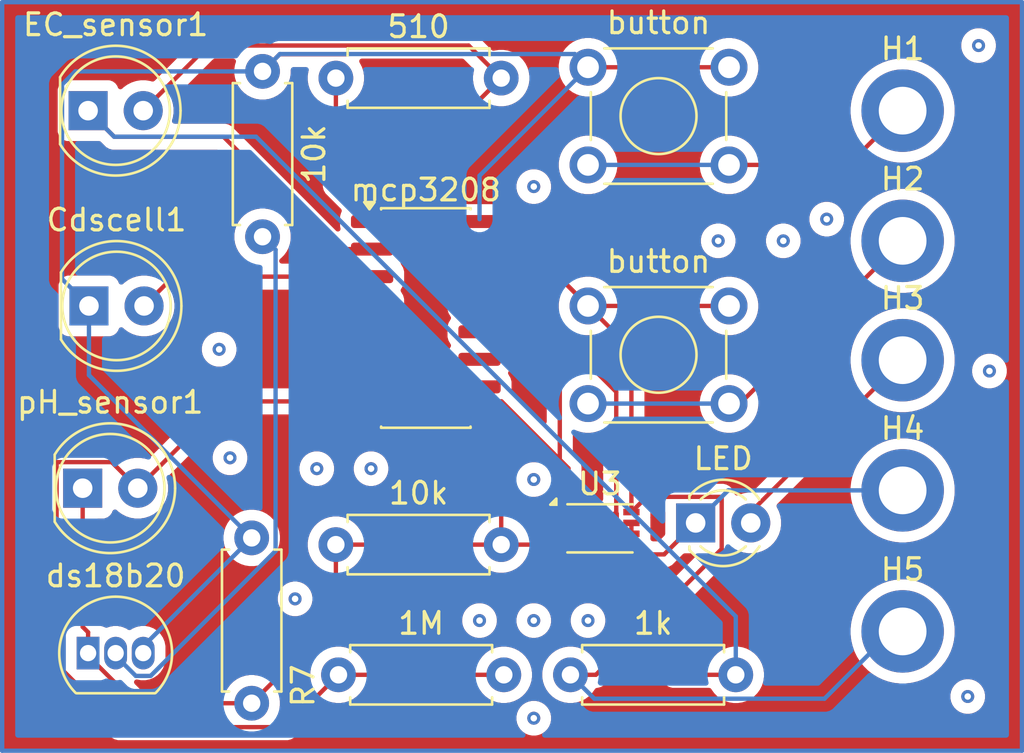
<source format=kicad_pcb>
(kicad_pcb (version 20241229) (generator "pcbnew") (generator_version "9.0")
  (layers (0 "F.Cu" signal) (2 "B.Cu" signal) (13 "F.Paste" user) (15 "B.Paste" user) (5 "F.SilkS" user "F.Silkscreen") (7 "B.SilkS" user "B.Silkscreen") (1 "F.Mask" user) (3 "B.Mask" user) (25 "Edge.Cuts" user))
  (net 0 "")
  (net 1 "Net-(U1-CH2)")
  (net 2 "Net-(J1-Pin_1)")
  (net 3 "Net-(D1-K)")
  (net 4 "Net-(D1-A)")
  (net 5 "Net-(U1-CH1)")
  (net 6 "Net-(J1-Pin_2)")
  (net 7 "Net-(J2-Pin_2)")
  (net 8 "Net-(U1-CH0)")
  (net 9 "Net-(U2-DQ)")
  (net 12 "CLK")
  (net 13 "MOSI")
  (net 14 "CE0")
  (net 18 "MISO")
  (footprint "MountingHole:MountingHole_2.2mm_M2_DIN965_Pad" (layer "F.Cu") (at 184.5 35.5)
    (property "Reference" "H1" (at 0 -2.85 0) (layer "F.SilkS"))
    (property "Value" "gpio21")
    (pad "1" thru_hole circle (at 0 0) (size 3.8 3.8) (drill 2.2) (layers "*.Cu" "*.Mask") (net 6 "Net-(J1-Pin_2)"))
  )
  (footprint "MountingHole:MountingHole_2.2mm_M2_DIN965_Pad" (layer "F.Cu") (at 184.5 41.5)
    (property "Reference" "H2" (at 0 -2.85 0) (layer "F.SilkS"))
    (property "Value" "gpio20")
    (pad "1" thru_hole circle (at 0 0) (size 3.8 3.8) (drill 2.2) (layers "*.Cu" "*.Mask") (net 7 "Net-(J2-Pin_2)"))
  )
  (footprint "Package_SO:SOIC-16_3.9x9.9mm_P1.27mm" (layer "F.Cu") (at 162.525 45.055)
    (property "Reference" "mcp3208" (at 0 -5.9 0) (layer "F.SilkS"))
    (property "Value" "MCP3208")
    (fp_line (start -2.06 -5.06) (end 2.06 -5.06) (stroke (width 0.12)) (layer "F.SilkS"))
    (fp_line (start -2.06 -5.005) (end -2.06 -5.06) (stroke (width 0.12)) (layer "F.SilkS"))
    (fp_line (start -2.06 5.06) (end -2.06 5.005) (stroke (width 0.12)) (layer "F.SilkS"))
    (fp_line (start 2.06 -5.06) (end 2.06 -5.005) (stroke (width 0.12)) (layer "F.SilkS"))
    (fp_line (start 2.06 5.005) (end 2.06 5.06) (stroke (width 0.12)) (layer "F.SilkS"))
    (fp_line (start 2.06 5.06) (end -2.06 5.06) (stroke (width 0.12)) (layer "F.SilkS"))
    (fp_poly (pts (xy -2.6 -5.01) (xy -2.84 -5.34) (xy -2.36 -5.34)) (stroke (width 0.12)) (fill yes) (layer "F.SilkS"))
    (pad "1" smd roundrect (at -2.475 -4.445) (size 1.95 0.6) (layers "F.Cu" "F.Mask" "F.Paste") (net 8 "Net-(U1-CH0)"))
    (pad "2" smd roundrect (at -2.475 -3.175) (size 1.95 0.6) (layers "F.Cu" "F.Mask" "F.Paste") (net 5 "Net-(U1-CH1)"))
    (pad "3" smd roundrect (at -2.475 -1.905) (size 1.95 0.6) (layers "F.Cu" "F.Mask" "F.Paste") (net 1 "Net-(U1-CH2)"))
    (pad "4" smd roundrect (at -2.475 -0.635) (size 1.95 0.6) (layers "F.Cu" "F.Mask" "F.Paste"))
    (pad "5" smd roundrect (at -2.475 0.635) (size 1.95 0.6) (layers "F.Cu" "F.Mask" "F.Paste"))
    (pad "6" smd roundrect (at -2.475 1.905) (size 1.95 0.6) (layers "F.Cu" "F.Mask" "F.Paste"))
    (pad "7" smd roundrect (at -2.475 3.175) (size 1.95 0.6) (layers "F.Cu" "F.Mask" "F.Paste"))
    (pad "8" smd roundrect (at -2.475 4.445) (size 1.95 0.6) (layers "F.Cu" "F.Mask" "F.Paste"))
    (pad "9" smd roundrect (at 2.475 4.445) (size 1.95 0.6) (layers "F.Cu" "F.Mask" "F.Paste") (net 3 "Net-(D1-K)"))
    (pad "10" smd roundrect (at 2.475 3.175) (size 1.95 0.6) (layers "F.Cu" "F.Mask" "F.Paste") (net 14 "CE0"))
    (pad "11" smd roundrect (at 2.475 1.905) (size 1.95 0.6) (layers "F.Cu" "F.Mask" "F.Paste") (net 13 "MOSI"))
    (pad "12" smd roundrect (at 2.475 0.635) (size 1.95 0.6) (layers "F.Cu" "F.Mask" "F.Paste") (net 18 "MISO"))
    (pad "13" smd roundrect (at 2.475 -0.635) (size 1.95 0.6) (layers "F.Cu" "F.Mask" "F.Paste") (net 12 "CLK"))
    (pad "14" smd roundrect (at 2.475 -1.905) (size 1.95 0.6) (layers "F.Cu" "F.Mask" "F.Paste") (net 3 "Net-(D1-K)"))
    (pad "15" smd roundrect (at 2.475 -3.175) (size 1.95 0.6) (layers "F.Cu" "F.Mask" "F.Paste") (net 2 "Net-(J1-Pin_1)"))
    (pad "16" smd roundrect (at 2.475 -4.445) (size 1.95 0.6) (layers "F.Cu" "F.Mask" "F.Paste") (net 2 "Net-(J1-Pin_1)"))
  )
  (footprint "Button_Switch_THT:SW_TH_Tactile_Omron_B3F-107x" (layer "F.Cu") (at 170 33.5)
    (property "Reference" "button" (at 3.25 -2.05 0) (layer "F.SilkS"))
    (property "Value" "Conn_02x01")
    (fp_line (start 0.13 3.35) (end 0.13 1.15) (stroke (width 0.12)) (layer "F.SilkS"))
    (fp_line (start 0.75 -0.87) (end 5.75 -0.87) (stroke (width 0.12)) (layer "F.SilkS"))
    (fp_line (start 0.75 5.37) (end 5.75 5.37) (stroke (width 0.12)) (layer "F.SilkS"))
    (fp_line (start 6.37 1.15) (end 6.37 3.35) (stroke (width 0.12)) (layer "F.SilkS"))
    (fp_circle (center 3.25 2.25) (end 5 2.25) (stroke (width 0.12)) (fill no) (layer "F.SilkS"))
    (pad "1" thru_hole circle (at 0 0) (size 1.7 1.7) (drill 1) (layers "*.Cu" "*.Mask") (net 2 "Net-(J1-Pin_1)"))
    (pad "1" thru_hole circle (at 6.5 0) (size 1.7 1.7) (drill 1) (layers "*.Cu" "*.Mask") (net 2 "Net-(J1-Pin_1)"))
    (pad "2" thru_hole circle (at 0 4.5) (size 1.7 1.7) (drill 1) (layers "*.Cu" "*.Mask") (net 6 "Net-(J1-Pin_2)"))
    (pad "2" thru_hole circle (at 6.5 4.5) (size 1.7 1.7) (drill 1) (layers "*.Cu" "*.Mask") (net 6 "Net-(J1-Pin_2)"))
  )
  (footprint "Package_TO_SOT_THT:TO-92_Inline" (layer "F.Cu") (at 146.96 60.5)
    (property "Reference" "ds18b20" (at 1.27 -3.56 0) (layer "F.SilkS"))
    (property "Value" "DS18B20")
    (fp_line (start -0.53 1.85) (end 3.07 1.85) (stroke (width 0.12)) (layer "F.SilkS"))
    (fp_arc (start -0.568478 1.838478) (mid -1.132087 -0.994977) (end 1.27 -2.6) (stroke (width 0.12)) (layer "F.SilkS"))
    (fp_arc (start 1.27 -2.6) (mid 3.672087 -0.994977) (end 3.108478 1.838478) (stroke (width 0.12)) (layer "F.SilkS"))
    (pad "1" thru_hole rect (at 0 0) (size 1.05 1.5) (drill 0.75) (layers "*.Cu" "*.Mask") (net 3 "Net-(D1-K)"))
    (pad "2" thru_hole oval (at 1.27 0) (size 1.05 1.5) (drill 0.75) (layers "*.Cu" "*.Mask") (net 9 "Net-(U2-DQ)"))
    (pad "3" thru_hole oval (at 2.54 0) (size 1.05 1.5) (drill 0.75) (layers "*.Cu" "*.Mask") (net 2 "Net-(J1-Pin_1)"))
  )
  (footprint "Resistor_THT:R_Axial_DIN0207_L6.3mm_D2.5mm_P7.62mm_Horizontal" (layer "F.Cu") (at 154.5 55.19 -90)
    (property "Reference" "R7" (at 6.81 -2.37 90) (layer "F.SilkS"))
    (property "Value" "10k")
    (fp_line (start 0.54 1.37) (end 7.08 1.37) (stroke (width 0.12)) (layer "F.SilkS"))
    (fp_line (start 7.08 1.37) (end 7.08 1.04) (stroke (width 0.12)) (layer "F.SilkS"))
    (fp_line (start 0.54 1.04) (end 0.54 1.37) (stroke (width 0.12)) (layer "F.SilkS"))
    (fp_line (start 0.54 -1.04) (end 0.54 -1.37) (stroke (width 0.12)) (layer "F.SilkS"))
    (fp_line (start 0.54 -1.37) (end 7.08 -1.37) (stroke (width 0.12)) (layer "F.SilkS"))
    (fp_line (start 7.08 -1.37) (end 7.08 -1.04) (stroke (width 0.12)) (layer "F.SilkS"))
    (pad "1" thru_hole circle (at 0 0 270) (size 1.6 1.6) (drill 0.8) (layers "*.Cu" "*.Mask") (net 2 "Net-(J1-Pin_1)"))
    (pad "2" thru_hole circle (at 7.62 0 270) (size 1.6 1.6) (drill 0.8) (layers "*.Cu" "*.Mask") (net 3 "Net-(D1-K)"))
  )
  (footprint "Resistor_THT:R_Axial_DIN0207_L6.3mm_D2.5mm_P7.62mm_Horizontal" (layer "F.Cu") (at 158.5 61.5)
    (property "Reference" "1M" (at 3.81 -2.37 0) (layer "F.SilkS"))
    (property "Value" "1M")
    (fp_line (start 0.54 -1.37) (end 7.08 -1.37) (stroke (width 0.12)) (layer "F.SilkS"))
    (fp_line (start 0.54 -1.04) (end 0.54 -1.37) (stroke (width 0.12)) (layer "F.SilkS"))
    (fp_line (start 0.54 1.04) (end 0.54 1.37) (stroke (width 0.12)) (layer "F.SilkS"))
    (fp_line (start 0.54 1.37) (end 7.08 1.37) (stroke (width 0.12)) (layer "F.SilkS"))
    (fp_line (start 7.08 -1.37) (end 7.08 -1.04) (stroke (width 0.12)) (layer "F.SilkS"))
    (fp_line (start 7.08 1.37) (end 7.08 1.04) (stroke (width 0.12)) (layer "F.SilkS"))
    (pad "1" thru_hole circle (at 0 0) (size 1.6 1.6) (drill 0.8) (layers "*.Cu" "*.Mask") (net 8 "Net-(U1-CH0)"))
    (pad "2" thru_hole circle (at 7.62 0) (size 1.6 1.6) (drill 0.8) (layers "*.Cu" "*.Mask") (net 8 "Net-(U1-CH0)"))
  )
  (footprint "Resistor_THT:R_Axial_DIN0207_L6.3mm_D2.5mm_P7.62mm_Horizontal" (layer "F.Cu") (at 155 33.69 -90)
    (property "Reference" "10k" (at 3.81 -2.37 90) (layer "F.SilkS"))
    (property "Value" "10k")
    (fp_line (start 0.54 1.37) (end 7.08 1.37) (stroke (width 0.12)) (layer "F.SilkS"))
    (fp_line (start 7.08 1.37) (end 7.08 1.04) (stroke (width 0.12)) (layer "F.SilkS"))
    (fp_line (start 0.54 1.04) (end 0.54 1.37) (stroke (width 0.12)) (layer "F.SilkS"))
    (fp_line (start 0.54 -1.04) (end 0.54 -1.37) (stroke (width 0.12)) (layer "F.SilkS"))
    (fp_line (start 0.54 -1.37) (end 7.08 -1.37) (stroke (width 0.12)) (layer "F.SilkS"))
    (fp_line (start 7.08 -1.37) (end 7.08 -1.04) (stroke (width 0.12)) (layer "F.SilkS"))
    (pad "1" thru_hole circle (at 0 0 270) (size 1.6 1.6) (drill 0.8) (layers "*.Cu" "*.Mask") (net 2 "Net-(J1-Pin_1)"))
    (pad "2" thru_hole circle (at 7.62 0 270) (size 1.6 1.6) (drill 0.8) (layers "*.Cu" "*.Mask") (net 9 "Net-(U2-DQ)"))
  )
  (footprint "LED_THT:LED_D3.0mm" (layer "F.Cu") (at 174.96 54.5)
    (property "Reference" "LED" (at 1.27 -2.96 0) (layer "F.SilkS"))
    (property "Value" "LED")
    (fp_line (start -0.29 -1.236) (end -0.29 -1.08) (stroke (width 0.12)) (layer "F.SilkS"))
    (fp_line (start -0.29 1.08) (end -0.29 1.236) (stroke (width 0.12)) (layer "F.SilkS"))
    (fp_arc (start -0.29 -1.235516) (mid 1.36566 -1.987699) (end 2.941437 -1.08) (stroke (width 0.12)) (layer "F.SilkS"))
    (fp_arc (start 0.229039 -1.08) (mid 1.27 -1.5) (end 2.310961 -1.08) (stroke (width 0.12)) (layer "F.SilkS"))
    (fp_arc (start 2.310961 1.08) (mid 1.27 1.5) (end 0.229039 1.08) (stroke (width 0.12)) (layer "F.SilkS"))
    (fp_arc (start 2.941437 1.08) (mid 1.36566 1.987699) (end -0.29 1.235516) (stroke (width 0.12)) (layer "F.SilkS"))
    (pad "1" thru_hole rect (at 0 0) (size 1.8 1.8) (drill 0.9) (layers "*.Cu" "*.Mask") (net 3 "Net-(D1-K)"))
    (pad "2" thru_hole circle (at 2.54 0) (size 1.8 1.8) (drill 0.9) (layers "*.Cu" "*.Mask") (net 4 "Net-(D1-A)"))
  )
  (footprint "Resistor_THT:R_Axial_DIN0207_L6.3mm_D2.5mm_P7.62mm_Horizontal" (layer "F.Cu") (at 169.19 61.5)
    (property "Reference" "1k" (at 3.81 -2.37 0) (layer "F.SilkS"))
    (property "Value" "1k")
    (fp_line (start 0.54 -1.37) (end 7.08 -1.37) (stroke (width 0.12)) (layer "F.SilkS"))
    (fp_line (start 0.54 -1.04) (end 0.54 -1.37) (stroke (width 0.12)) (layer "F.SilkS"))
    (fp_line (start 0.54 1.04) (end 0.54 1.37) (stroke (width 0.12)) (layer "F.SilkS"))
    (fp_line (start 0.54 1.37) (end 7.08 1.37) (stroke (width 0.12)) (layer "F.SilkS"))
    (fp_line (start 7.08 -1.37) (end 7.08 -1.04) (stroke (width 0.12)) (layer "F.SilkS"))
    (fp_line (start 7.08 1.37) (end 7.08 1.04) (stroke (width 0.12)) (layer "F.SilkS"))
    (pad "1" thru_hole circle (at 0 0) (size 1.6 1.6) (drill 0.8) (layers "*.Cu" "*.Mask") (net 2 "Net-(J1-Pin_1)"))
    (pad "2" thru_hole circle (at 7.62 0) (size 1.6 1.6) (drill 0.8) (layers "*.Cu" "*.Mask") (net 5 "Net-(U1-CH1)"))
  )
  (footprint "Resistor_THT:R_Axial_DIN0207_L6.3mm_D2.5mm_P7.62mm_Horizontal" (layer "F.Cu") (at 158.38 34)
    (property "Reference" "510" (at 3.81 -2.37 0) (layer "F.SilkS"))
    (property "Value" "510")
    (fp_line (start 0.54 -1.37) (end 7.08 -1.37) (stroke (width 0.12)) (layer "F.SilkS"))
    (fp_line (start 0.54 -1.04) (end 0.54 -1.37) (stroke (width 0.12)) (layer "F.SilkS"))
    (fp_line (start 0.54 1.04) (end 0.54 1.37) (stroke (width 0.12)) (layer "F.SilkS"))
    (fp_line (start 0.54 1.37) (end 7.08 1.37) (stroke (width 0.12)) (layer "F.SilkS"))
    (fp_line (start 7.08 -1.37) (end 7.08 -1.04) (stroke (width 0.12)) (layer "F.SilkS"))
    (fp_line (start 7.08 1.37) (end 7.08 1.04) (stroke (width 0.12)) (layer "F.SilkS"))
    (pad "1" thru_hole circle (at 0 0) (size 1.6 1.6) (drill 0.8) (layers "*.Cu" "*.Mask") (net 8 "Net-(U1-CH0)"))
    (pad "2" thru_hole circle (at 7.62 0) (size 1.6 1.6) (drill 0.8) (layers "*.Cu" "*.Mask") (net 3 "Net-(D1-K)"))
  )
  (footprint "Package_DFN_QFN:DFN-8-1EP_3x2mm_P0.5mm_EP1.75x1.45mm" (layer "F.Cu") (at 170.55 54.75)
    (property "Reference" "U3" (at 0 -2.05 0) (layer "F.SilkS"))
    (property "Value" "MCP6002-xMC")
    (fp_line (start -1.5 -1.11) (end 1.5 -1.11) (stroke (width 0.12)) (layer "F.SilkS"))
    (fp_line (start -1.5 1.11) (end 1.5 1.11) (stroke (width 0.12)) (layer "F.SilkS"))
    (fp_poly (pts (xy -2.01 -1.09) (xy -2.29 -1.09) (xy -2.01 -1.37) (xy -2.01 -1.09)) (stroke (width 0.12)) (fill yes) (layer "F.SilkS"))
    (pad "1" smd rect (at -1.45 -0.75) (size 0.75 0.3) (layers "F.Cu" "F.Mask" "F.Paste") (net 8 "Net-(U1-CH0)"))
    (pad "2" smd rect (at -1.45 -0.25) (size 0.75 0.3) (layers "F.Cu" "F.Mask" "F.Paste") (net 8 "Net-(U1-CH0)"))
    (pad "3" smd rect (at -1.45 0.25) (size 0.75 0.3) (layers "F.Cu" "F.Mask" "F.Paste"))
    (pad "4" smd rect (at -1.45 0.75) (size 0.75 0.3) (layers "F.Cu" "F.Mask" "F.Paste") (net 3 "Net-(D1-K)"))
    (pad "5" smd rect (at 1.45 0.75) (size 0.75 0.3) (layers "F.Cu" "F.Mask" "F.Paste"))
    (pad "6" smd rect (at 1.45 0.25) (size 0.75 0.3) (layers "F.Cu" "F.Mask" "F.Paste"))
    (pad "7" smd rect (at 1.45 -0.25) (size 0.75 0.3) (layers "F.Cu" "F.Mask" "F.Paste"))
    (pad "8" smd rect (at 1.45 -0.75) (size 0.75 0.3) (layers "F.Cu" "F.Mask" "F.Paste") (net 2 "Net-(J1-Pin_1)"))
    (pad "9" smd rect (at 0 0) (size 1.75 1.45) (layers "F.Cu" "F.Mask") (net 3 "Net-(D1-K)"))
  )
  (footprint "MountingHole:MountingHole_2.2mm_M2_DIN965_Pad" (layer "F.Cu") (at 184.5 47)
    (property "Reference" "H3" (at 0 -2.85 0) (layer "F.SilkS"))
    (property "Value" "gpio16")
    (pad "1" thru_hole circle (at 0 0) (size 3.8 3.8) (drill 2.2) (layers "*.Cu" "*.Mask") (net 4 "Net-(D1-A)"))
  )
  (footprint "Resistor_THT:R_Axial_DIN0207_L6.3mm_D2.5mm_P7.62mm_Horizontal" (layer "F.Cu") (at 158.38 55.5)
    (property "Reference" "10k" (at 3.81 -2.37 0) (layer "F.SilkS"))
    (property "Value" "10k")
    (fp_line (start 0.54 -1.37) (end 7.08 -1.37) (stroke (width 0.12)) (layer "F.SilkS"))
    (fp_line (start 0.54 -1.04) (end 0.54 -1.37) (stroke (width 0.12)) (layer "F.SilkS"))
    (fp_line (start 0.54 1.04) (end 0.54 1.37) (stroke (width 0.12)) (layer "F.SilkS"))
    (fp_line (start 0.54 1.37) (end 7.08 1.37) (stroke (width 0.12)) (layer "F.SilkS"))
    (fp_line (start 7.08 -1.37) (end 7.08 -1.04) (stroke (width 0.12)) (layer "F.SilkS"))
    (fp_line (start 7.08 1.37) (end 7.08 1.04) (stroke (width 0.12)) (layer "F.SilkS"))
    (pad "1" thru_hole circle (at 0 0) (size 1.6 1.6) (drill 0.8) (layers "*.Cu" "*.Mask") (net 3 "Net-(D1-K)"))
    (pad "2" thru_hole circle (at 7.62 0) (size 1.6 1.6) (drill 0.8) (layers "*.Cu" "*.Mask") (net 3 "Net-(D1-K)"))
  )
  (footprint "LED_THT:LED_D5.0mm" (layer "F.Cu") (at 147 44.5)
    (property "Reference" "Cdscell1" (at 1.27 -3.96 0) (layer "F.SilkS"))
    (property "Value" "R")
    (fp_line (start -1.29 -1.545) (end -1.29 1.545) (stroke (width 0.12)) (layer "F.SilkS"))
    (fp_arc (start -1.29 -1.54483) (mid 2.071779 -2.880495) (end 4.26 0) (stroke (width 0.12)) (layer "F.SilkS"))
    (fp_arc (start 4.26 0) (mid 2.071779 2.880495) (end -1.29 1.54483) (stroke (width 0.12)) (layer "F.SilkS"))
    (fp_circle (center 1.27 0) (end 3.77 0) (stroke (width 0.12)) (fill no) (layer "F.SilkS"))
    (pad "1" thru_hole rect (at 0 0) (size 1.8 1.8) (drill 0.9) (layers "*.Cu" "*.Mask") (net 2 "Net-(J1-Pin_1)"))
    (pad "2" thru_hole circle (at 2.54 0) (size 1.8 1.8) (drill 0.9) (layers "*.Cu" "*.Mask") (net 1 "Net-(U1-CH2)"))
  )
  (footprint "Button_Switch_THT:SW_TH_Tactile_Omron_B3F-107x" (layer "F.Cu") (at 170 44.5)
    (property "Reference" "button" (at 3.25 -2.05 0) (layer "F.SilkS"))
    (property "Value" "Conn_02x02_Top_Bottom")
    (fp_line (start 0.13 3.35) (end 0.13 1.15) (stroke (width 0.12)) (layer "F.SilkS"))
    (fp_line (start 0.75 -0.87) (end 5.75 -0.87) (stroke (width 0.12)) (layer "F.SilkS"))
    (fp_line (start 0.75 5.37) (end 5.75 5.37) (stroke (width 0.12)) (layer "F.SilkS"))
    (fp_line (start 6.37 1.15) (end 6.37 3.35) (stroke (width 0.12)) (layer "F.SilkS"))
    (fp_circle (center 3.25 2.25) (end 5 2.25) (stroke (width 0.12)) (fill no) (layer "F.SilkS"))
    (pad "1" thru_hole circle (at 0 0) (size 1.7 1.7) (drill 1) (layers "*.Cu" "*.Mask") (net 2 "Net-(J1-Pin_1)"))
    (pad "1" thru_hole circle (at 6.5 0) (size 1.7 1.7) (drill 1) (layers "*.Cu" "*.Mask") (net 2 "Net-(J1-Pin_1)"))
    (pad "2" thru_hole circle (at 0 4.5) (size 1.7 1.7) (drill 1) (layers "*.Cu" "*.Mask") (net 7 "Net-(J2-Pin_2)"))
    (pad "2" thru_hole circle (at 6.5 4.5) (size 1.7 1.7) (drill 1) (layers "*.Cu" "*.Mask") (net 7 "Net-(J2-Pin_2)"))
  )
  (footprint "MountingHole:MountingHole_2.2mm_M2_DIN965_Pad" (layer "F.Cu") (at 184.5 53)
    (property "Reference" "H4" (at 0 -2.85 0) (layer "F.SilkS"))
    (property "Value" "GND")
    (pad "1" thru_hole circle (at 0 0) (size 3.8 3.8) (drill 2.2) (layers "*.Cu" "*.Mask") (net 3 "Net-(D1-K)"))
  )
  (footprint "LED_THT:LED_D5.0mm" (layer "F.Cu") (at 146.96 35.5)
    (property "Reference" "EC_sensor1" (at 1.27 -3.96 0) (layer "F.SilkS"))
    (property "Value" "R")
    (fp_line (start -1.29 -1.545) (end -1.29 1.545) (stroke (width 0.12)) (layer "F.SilkS"))
    (fp_arc (start -1.29 -1.54483) (mid 2.071779 -2.880495) (end 4.26 0) (stroke (width 0.12)) (layer "F.SilkS"))
    (fp_arc (start 4.26 0) (mid 2.071779 2.880495) (end -1.29 1.54483) (stroke (width 0.12)) (layer "F.SilkS"))
    (fp_circle (center 1.27 0) (end 3.77 0) (stroke (width 0.12)) (fill no) (layer "F.SilkS"))
    (pad "1" thru_hole rect (at 0 0) (size 1.8 1.8) (drill 0.9) (layers "*.Cu" "*.Mask") (net 5 "Net-(U1-CH1)"))
    (pad "2" thru_hole circle (at 2.54 0) (size 1.8 1.8) (drill 0.9) (layers "*.Cu" "*.Mask") (net 3 "Net-(D1-K)"))
  )
  (footprint "MountingHole:MountingHole_2.2mm_M2_DIN965_Pad" (layer "F.Cu") (at 184.5 59.5)
    (property "Reference" "H5" (at 0 -2.85 0) (layer "F.SilkS"))
    (property "Value" "3.3V")
    (pad "1" thru_hole circle (at 0 0) (size 3.8 3.8) (drill 2.2) (layers "*.Cu" "*.Mask") (net 2 "Net-(J1-Pin_1)"))
  )
  (footprint "LED_THT:LED_D5.0mm" (layer "F.Cu") (at 146.71 52.9)
    (property "Reference" "pH_sensor1" (at 1.27 -3.96 0) (layer "F.SilkS"))
    (property "Value" "R")
    (fp_line (start -1.29 -1.545) (end -1.29 1.545) (stroke (width 0.12)) (layer "F.SilkS"))
    (fp_arc (start -1.29 -1.54483) (mid 2.071779 -2.880495) (end 4.26 0) (stroke (width 0.12)) (layer "F.SilkS"))
    (fp_arc (start 4.26 0) (mid 2.071779 2.880495) (end -1.29 1.54483) (stroke (width 0.12)) (layer "F.SilkS"))
    (fp_circle (center 1.27 0) (end 3.77 0) (stroke (width 0.12)) (fill no) (layer "F.SilkS"))
    (pad "1" thru_hole rect (at 0 0) (size 1.8 1.8) (drill 0.9) (layers "*.Cu" "*.Mask") (net 3 "Net-(D1-K)"))
    (pad "2" thru_hole circle (at 2.54 0) (size 1.8 1.8) (drill 0.9) (layers "*.Cu" "*.Mask") (net 8 "Net-(U1-CH0)"))
  )
  (gr_line (start 143 30.5) (end 190 30.5) (stroke (width 0.2)) (layer "B.Cu"))
  (gr_line (start 143 65) (end 143 30.5) (stroke (width 0.2)) (layer "B.Cu"))
  (gr_line (start 190 65) (end 143 65) (stroke (width 0.2)) (layer "B.Cu"))
  (gr_line (start 190 30.5) (end 190 65) (stroke (width 0.2)) (layer "B.Cu"))
  (segment (start 172 54.5) (end 172 55) (width 0.2) (layer "F.Cu") (net 0))
  (segment (start 172 55.5) (end 172 55) (width 0.2) (layer "F.Cu") (net 0))
  (via (at 153 46.5) (size 0.6) (drill 0.3) (layers "F.Cu" "B.Cu") (net 0))
  (via (at 176 41.5) (size 0.6) (drill 0.3) (layers "F.Cu" "B.Cu") (net 0))
  (via (at 156.5 58) (size 0.6) (drill 0.3) (layers "F.Cu" "B.Cu") (net 0))
  (via (at 167.5 52.5) (size 0.6) (drill 0.3) (layers "F.Cu" "B.Cu") (net 0))
  (via (at 170 59) (size 0.6) (drill 0.3) (layers "F.Cu" "B.Cu") (net 0))
  (via (at 157.5 52) (size 0.6) (drill 0.3) (layers "F.Cu" "B.Cu") (net 0))
  (via (at 188.5 47.5) (size 0.6) (drill 0.3) (layers "F.Cu" "B.Cu") (net 0))
  (via (at 167.5 63.5) (size 0.6) (drill 0.3) (layers "F.Cu" "B.Cu") (net 0))
  (via (at 188 32.5) (size 0.6) (drill 0.3) (layers "F.Cu" "B.Cu") (net 0))
  (via (at 181 40.5) (size 0.6) (drill 0.3) (layers "F.Cu" "B.Cu") (net 0))
  (via (at 165 59) (size 0.6) (drill 0.3) (layers "F.Cu" "B.Cu") (net 0))
  (via (at 187.5 62.5) (size 0.6) (drill 0.3) (layers "F.Cu" "B.Cu") (net 0))
  (via (at 160 52) (size 0.6) (drill 0.3) (layers "F.Cu" "B.Cu") (net 0))
  (via (at 179 41.5) (size 0.6) (drill 0.3) (layers "F.Cu" "B.Cu") (net 0))
  (via (at 167.5 39) (size 0.6) (drill 0.3) (layers "F.Cu" "B.Cu") (net 0))
  (via (at 153.5 51.5) (size 0.6) (drill 0.3) (layers "F.Cu" "B.Cu") (net 0))
  (via (at 167.5 59) (size 0.6) (drill 0.3) (layers "F.Cu" "B.Cu") (net 0))
  (segment (start 160.05 43.15) (end 150.89 43.15) (width 0.2) (layer "F.Cu") (net 1))
  (segment (start 150.89 43.15) (end 149.54 44.5) (width 0.2) (layer "F.Cu") (net 1))
  (segment (start 170 44.5) (end 172 46.5) (width 0.2) (layer "F.Cu") (net 2))
  (segment (start 166.11 40.61) (end 170 44.5) (width 0.2) (layer "F.Cu") (net 2))
  (segment (start 169.19 61.5) (end 170.362 61.5) (width 0.2) (layer "F.Cu") (net 2))
  (segment (start 172 46.5) (end 172 54) (width 0.2) (layer "F.Cu") (net 2))
  (segment (start 170 33.5) (end 176.5 33.5) (width 0.2) (layer "F.Cu") (net 2))
  (segment (start 172.701 53.299) (end 172 54) (width 0.2) (layer "F.Cu") (net 2))
  (segment (start 155.791 32.899) (end 155 33.69) (width 0.2) (layer "F.Cu") (net 2))
  (segment (start 170.362 61.5) (end 176.161 55.701) (width 0.2) (layer "F.Cu") (net 2))
  (segment (start 170 44.5) (end 167.38 41.88) (width 0.2) (layer "F.Cu") (net 2))
  (segment (start 158.83605 32.899) (end 155.791 32.899) (width 0.2) (layer "F.Cu") (net 2))
  (segment (start 176.161 53.299) (end 172.701 53.299) (width 0.2) (layer "F.Cu") (net 2))
  (segment (start 167.38 41.88) (end 165 41.88) (width 0.2) (layer "F.Cu") (net 2))
  (segment (start 170 44.5) (end 176.5 44.5) (width 0.2) (layer "F.Cu") (net 2))
  (segment (start 176.161 55.701) (end 176.161 53.299) (width 0.2) (layer "F.Cu") (net 2))
  (segment (start 165 40.61) (end 166.11 40.61) (width 0.2) (layer "F.Cu") (net 2))
  (segment (start 184.5 59.5) (end 184 59.5) (width 0.2) (layer "B.Cu") (net 2))
  (segment (start 146.368 33.69) (end 155 33.69) (width 0.2) (layer "B.Cu") (net 2))
  (segment (start 145.759 43.259) (end 145.759 34.299) (width 0.2) (layer "B.Cu") (net 2))
  (segment (start 180.899 62.601) (end 170.291 62.601) (width 0.2) (layer "B.Cu") (net 2))
  (segment (start 155 33.69) (end 155.799999 32.890001) (width 0.2) (layer "B.Cu") (net 2))
  (segment (start 165 38.5) (end 165 40.5) (width 0.2) (layer "B.Cu") (net 2))
  (segment (start 170 33.5) (end 165 38.5) (width 0.2) (layer "B.Cu") (net 2))
  (segment (start 170.291 62.601) (end 169.19 61.5) (width 0.2) (layer "B.Cu") (net 2))
  (segment (start 147 44.5) (end 147 47.69) (width 0.2) (layer "B.Cu") (net 2))
  (segment (start 145.759 34.299) (end 146.368 33.69) (width 0.2) (layer "B.Cu") (net 2))
  (segment (start 147 47.69) (end 154.5 55.19) (width 0.2) (layer "B.Cu") (net 2))
  (segment (start 155.799999 32.890001) (end 169.390001 32.890001) (width 0.2) (layer "B.Cu") (net 2))
  (segment (start 184 59.5) (end 180.899 62.601) (width 0.2) (layer "B.Cu") (net 2))
  (segment (start 169.390001 32.890001) (end 170 33.5) (width 0.2) (layer "B.Cu") (net 2))
  (segment (start 149.5 60.19) (end 149.5 60.5) (width 0.2) (layer "B.Cu") (net 2))
  (segment (start 154.5 55.19) (end 149.5 60.19) (width 0.2) (layer "B.Cu") (net 2))
  (segment (start 147 44.5) (end 145.759 43.259) (width 0.2) (layer "B.Cu") (net 2))
  (segment (start 169.849 55.451) (end 168.424 55.451) (width 0.2) (layer "F.Cu") (net 3))
  (segment (start 164.025001 43.15) (end 163.724 42.848999) (width 0.2) (layer "F.Cu") (net 3))
  (segment (start 154.5 62.81) (end 149.14686 62.81) (width 0.2) (layer "F.Cu") (net 3))
  (segment (start 165.989892 43.15) (end 171.301 48.461108) (width 0.2) (layer "F.Cu") (net 3))
  (segment (start 163.724 42.848999) (end 163.724 36.276) (width 0.2) (layer "F.Cu") (net 3))
  (segment (start 168.424 55.451) (end 165 52.027) (width 0.2) (layer "F.Cu") (net 3))
  (segment (start 158.38 55.5) (end 158.38 58.93) (width 0.2) (layer "F.Cu") (net 3))
  (segment (start 170.55 54.75) (end 169.849 55.451) (width 0.2) (layer "F.Cu") (net 3))
  (segment (start 152.502 32.498) (end 164.498 32.498) (width 0.2) (layer "F.Cu") (net 3))
  (segment (start 146.96 60.5) (end 146.96 59.54) (width 0.2) (layer "F.Cu") (net 3))
  (segment (start 146.96 60.62314) (end 146.96 60.5) (width 0.2) (layer "F.Cu") (net 3))
  (segment (start 163.724 36.276) (end 166 34) (width 0.2) (layer "F.Cu") (net 3))
  (segment (start 170.55 55.177) (end 171.324 55.951) (width 0.2) (layer "F.Cu") (net 3))
  (segment (start 165 52.027) (end 165 49.5) (width 0.2) (layer "F.Cu") (net 3))
  (segment (start 171.324 55.951) (end 173.509 55.951) (width 0.2) (layer "F.Cu") (net 3))
  (segment (start 166 50.5) (end 166 55.5) (width 0.2) (layer "F.Cu") (net 3))
  (segment (start 169.8 55.5) (end 170.55 54.75) (width 0.2) (layer "F.Cu") (net 3))
  (segment (start 165 49.5) (end 166 50.5) (width 0.2) (layer "F.Cu") (net 3))
  (segment (start 165 43.15) (end 165.989892 43.15) (width 0.2) (layer "F.Cu") (net 3))
  (segment (start 173.509 55.951) (end 174.96 54.5) (width 0.2) (layer "F.Cu") (net 3))
  (segment (start 170.55 54.75) (end 170.55 55.177) (width 0.2) (layer "F.Cu") (net 3))
  (segment (start 146.71 59.29) (end 146.71 52.9) (width 0.2) (layer "F.Cu") (net 3))
  (segment (start 166 55.5) (end 158.38 55.5) (width 0.2) (layer "F.Cu") (net 3))
  (segment (start 149.14686 62.81) (end 146.96 60.62314) (width 0.2) (layer "F.Cu") (net 3))
  (segment (start 169.1 55.5) (end 166 55.5) (width 0.2) (layer "F.Cu") (net 3))
  (segment (start 171.301 53.999) (end 170.55 54.75) (width 0.2) (layer "F.Cu") (net 3))
  (segment (start 164.498 32.498) (end 166 34) (width 0.2) (layer "F.Cu") (net 3))
  (segment (start 169.1 55.5) (end 169.8 55.5) (width 0.2) (layer "F.Cu") (net 3))
  (segment (start 158.38 58.93) (end 154.5 62.81) (width 0.2) (layer "F.Cu") (net 3))
  (segment (start 165 43.15) (end 164.025001 43.15) (width 0.2) (layer "F.Cu") (net 3))
  (segment (start 171.301 48.461108) (end 171.301 53.999) (width 0.2) (layer "F.Cu") (net 3))
  (segment (start 149.5 35.5) (end 152.502 32.498) (width 0.2) (layer "F.Cu") (net 3))
  (segment (start 146.96 59.54) (end 146.71 59.29) (width 0.2) (layer "F.Cu") (net 3))
  (segment (start 184.5 53) (end 176.46 53) (width 0.2) (layer "B.Cu") (net 3))
  (segment (start 176.46 53) (end 174.96 54.5) (width 0.2) (layer "B.Cu") (net 3))
  (segment (start 177.5 54) (end 177.5 54.5) (width 0.2) (layer "F.Cu") (net 4))
  (segment (start 184.5 47) (end 177.5 54) (width 0.2) (layer "F.Cu") (net 4))
  (segment (start 160.05 41.88) (end 160.396968 41.88) (width 0.2) (layer "F.Cu") (net 5))
  (segment (start 173.973 61.5) (end 176.81 61.5) (width 0.2) (layer "F.Cu") (net 5))
  (segment (start 153.201 36.701) (end 148.161 36.701) (width 0.2) (layer "F.Cu") (net 5))
  (segment (start 148.161 36.701) (end 146.96 35.5) (width 0.2) (layer "F.Cu") (net 5))
  (segment (start 158.38 41.88) (end 153.201 36.701) (width 0.2) (layer "F.Cu") (net 5))
  (segment (start 160.05 41.88) (end 158.38 41.88) (width 0.2) (layer "F.Cu") (net 5))
  (segment (start 154.701 36.701) (end 148.161 36.701) (width 0.2) (layer "B.Cu") (net 5))
  (segment (start 176.81 58.81) (end 154.701 36.701) (width 0.2) (layer "B.Cu") (net 5))
  (segment (start 148.161 36.701) (end 146.96 35.5) (width 0.2) (layer "B.Cu") (net 5))
  (segment (start 176.81 61.5) (end 176.81 58.81) (width 0.2) (layer "B.Cu") (net 5))
  (segment (start 182 38) (end 176.5 38) (width 0.2) (layer "F.Cu") (net 6))
  (segment (start 184.5 35.5) (end 182 38) (width 0.2) (layer "F.Cu") (net 6))
  (segment (start 176.5 38) (end 170 38) (width 0.2) (layer "B.Cu") (net 6))
  (segment (start 177 49) (end 176.5 49) (width 0.2) (layer "F.Cu") (net 7))
  (segment (start 184.5 41.5) (end 177 49) (width 0.2) (layer "F.Cu") (net 7))
  (segment (start 176.5 49) (end 170 49) (width 0.2) (layer "B.Cu") (net 7))
  (segment (start 145.509 61.009) (end 148.411 63.911) (width 0.2) (layer "F.Cu") (net 8))
  (segment (start 166.015968 43.819) (end 168.699 46.502032) (width 0.2) (layer "F.Cu") (net 8))
  (segment (start 149.25 52.9) (end 148.049 51.699) (width 0.2) (layer "F.Cu") (net 8))
  (segment (start 158.5 61.5) (end 166.12 61.5) (width 0.2) (layer "F.Cu") (net 8))
  (segment (start 169.1 51.983032) (end 166.015968 48.899) (width 0.2) (layer "F.Cu") (net 8))
  (segment (start 160.05 40.61) (end 160.775032 40.61) (width 0.2) (layer "F.Cu") (net 8))
  (segment (start 168.699 46.502032) (end 168.699 53.599) (width 0.2) (layer "F.Cu") (net 8))
  (segment (start 169.1 54.5) (end 169.1 51.983032) (width 0.2) (layer "F.Cu") (net 8))
  (segment (start 148.049 51.699) (end 145.509 51.699) (width 0.2) (layer "F.Cu") (net 8))
  (segment (start 148.411 63.911) (end 156.089 63.911) (width 0.2) (layer "F.Cu") (net 8))
  (segment (start 153.251 48.899) (end 149.25 52.9) (width 0.2) (layer "F.Cu") (net 8))
  (segment (start 168.699 53.599) (end 169.1 54) (width 0.2) (layer "F.Cu") (net 8))
  (segment (start 160.775032 40.61) (end 163.984032 43.819) (width 0.2) (layer "F.Cu") (net 8))
  (segment (start 163.984032 43.819) (end 166.015968 43.819) (width 0.2) (layer "F.Cu") (net 8))
  (segment (start 145.509 51.699) (end 145.509 61.009) (width 0.2) (layer "F.Cu") (net 8))
  (segment (start 156.089 63.911) (end 158.5 61.5) (width 0.2) (layer "F.Cu") (net 8))
  (segment (start 160.05 40.61) (end 158.38 38.94) (width 0.2) (layer "F.Cu") (net 8))
  (segment (start 158.38 38.94) (end 158.38 34) (width 0.2) (layer "F.Cu") (net 8))
  (segment (start 166.015968 48.899) (end 153.251 48.899) (width 0.2) (layer "F.Cu") (net 8))
  (segment (start 169.1 54) (end 169.1 54.5) (width 0.2) (layer "F.Cu") (net 8))
  (segment (start 155.601 55.79214) (end 155.601 41.911) (width 0.2) (layer "B.Cu") (net 9))
  (segment (start 149.15786 61.551) (end 149.84214 61.551) (width 0.2) (layer "B.Cu") (net 9))
  (segment (start 148.23 60.5) (end 148.23 60.62314) (width 0.2) (layer "B.Cu") (net 9))
  (segment (start 148.23 60.62314) (end 149.15786 61.551) (width 0.2) (layer "B.Cu") (net 9))
  (segment (start 149.84214 61.551) (end 155.601 55.79214) (width 0.2) (layer "B.Cu") (net 9))
  (segment (start 155.601 41.911) (end 155 41.31) (width 0.2) (layer "B.Cu") (net 9))
  (zone (net 0) (net_name "") (layer "F.Cu") (priority 1) (connect_pads (clearance 0.5)) (min_thickness 0.25) (fill yes (thermal_gap 0.5) (thermal_bridge_width 0.5) (island_removal_mode 1) (island_area_min 10))
    (polygon (pts (xy 190 30.5) (xy 190 65) (xy 143 65) (xy 143 30.5)))
  )
  (zone (net 0) (net_name "") (layer "B.Cu") (connect_pads (clearance 0.5)) (min_thickness 0.25) (fill yes (thermal_gap 0.5) (thermal_bridge_width 0.5) (island_removal_mode 1) (island_area_min 10))
    (polygon (pts (xy 190 30.5) (xy 190 65) (xy 143 65) (xy 143 30.5)))
  )
)
</source>
